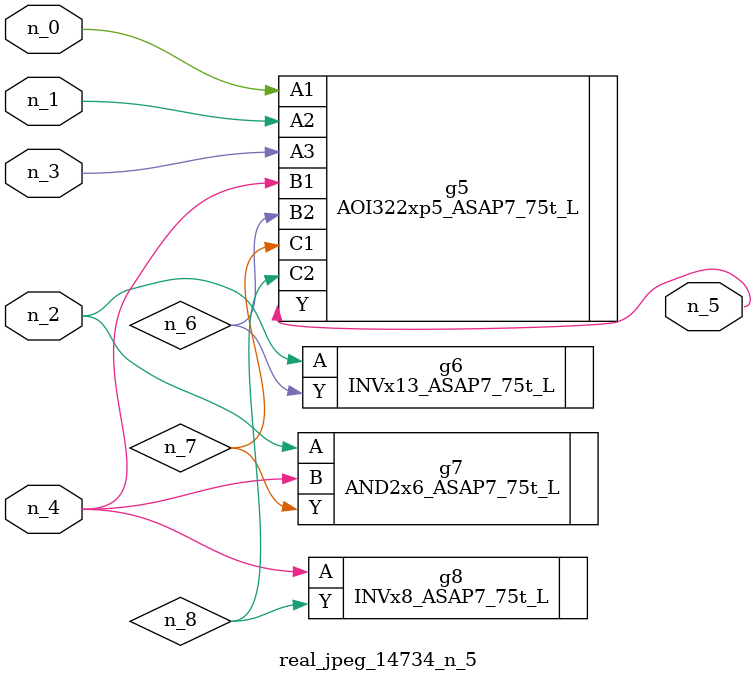
<source format=v>
module real_jpeg_14734_n_5 (n_4, n_0, n_1, n_2, n_3, n_5);

input n_4;
input n_0;
input n_1;
input n_2;
input n_3;

output n_5;

wire n_8;
wire n_6;
wire n_7;

AOI322xp5_ASAP7_75t_L g5 ( 
.A1(n_0),
.A2(n_1),
.A3(n_3),
.B1(n_4),
.B2(n_6),
.C1(n_7),
.C2(n_8),
.Y(n_5)
);

INVx13_ASAP7_75t_L g6 ( 
.A(n_2),
.Y(n_6)
);

AND2x6_ASAP7_75t_L g7 ( 
.A(n_2),
.B(n_4),
.Y(n_7)
);

INVx8_ASAP7_75t_L g8 ( 
.A(n_4),
.Y(n_8)
);


endmodule
</source>
